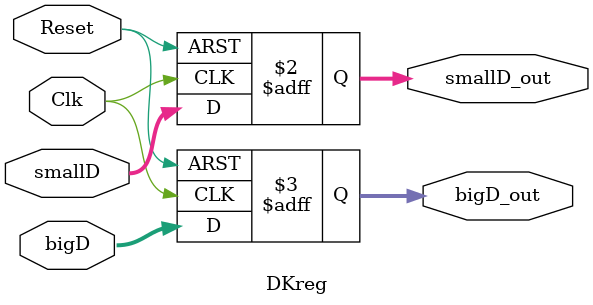
<source format=sv>
module DKreg (input logic    Clk, Reset,
               input logic [15:0] smallD,
					input logic [15:0] bigD,
					output logic [15:0] smallD_out,
					output logic [15:0] bigD_out);

always_ff @ (posedge Clk or posedge Reset)
begin
	if (Reset)
	begin
		bigD_out <= 16'd10;
		smallD_out <= 16'd0;
	end
	else
	begin
		bigD_out <= bigD;
		smallD_out <= smallD;
	end
end
endmodule

</source>
